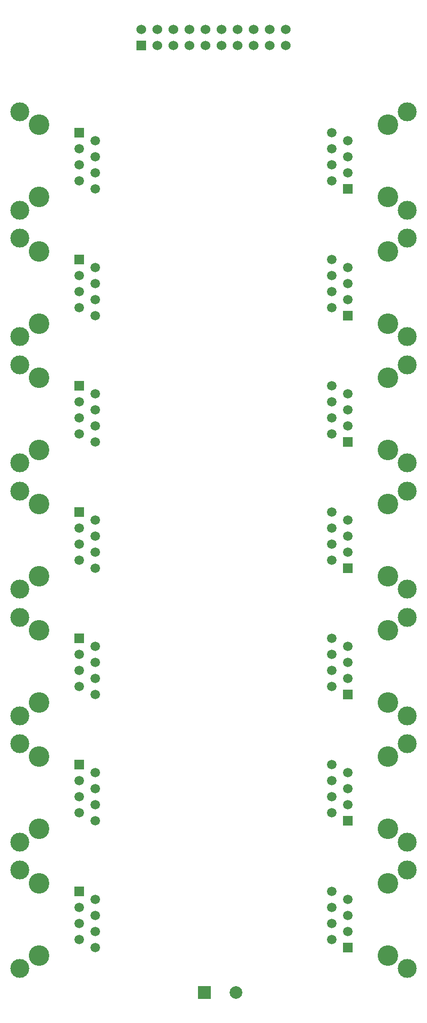
<source format=gbr>
%TF.GenerationSoftware,KiCad,Pcbnew,7.0.2-6a45011f42~172~ubuntu22.04.1*%
%TF.CreationDate,2023-07-12T14:23:41-05:00*%
%TF.ProjectId,EncoderHub,456e636f-6465-4724-9875-622e6b696361,rev?*%
%TF.SameCoordinates,Original*%
%TF.FileFunction,Soldermask,Bot*%
%TF.FilePolarity,Negative*%
%FSLAX46Y46*%
G04 Gerber Fmt 4.6, Leading zero omitted, Abs format (unit mm)*
G04 Created by KiCad (PCBNEW 7.0.2-6a45011f42~172~ubuntu22.04.1) date 2023-07-12 14:23:41*
%MOMM*%
%LPD*%
G01*
G04 APERTURE LIST*
%ADD10C,3.250000*%
%ADD11R,1.500000X1.500000*%
%ADD12C,1.500000*%
%ADD13C,3.000000*%
%ADD14R,1.530000X1.530000*%
%ADD15C,1.530000*%
%ADD16R,2.000000X2.000000*%
%ADD17C,2.000000*%
G04 APERTURE END LIST*
D10*
%TO.C,J15*%
X118890000Y-170160000D03*
X118890000Y-158730000D03*
D11*
X112540000Y-168890000D03*
D12*
X110000000Y-167620000D03*
X112540000Y-166350000D03*
X110000000Y-165080000D03*
X112540000Y-163810000D03*
X110000000Y-162540000D03*
X112540000Y-161270000D03*
X110000000Y-160000000D03*
D13*
X121940000Y-172215000D03*
X121940000Y-156675000D03*
%TD*%
D10*
%TO.C,J2*%
X63650000Y-38730000D03*
X63650000Y-50160000D03*
D11*
X70000000Y-40000000D03*
D12*
X72540000Y-41270000D03*
X70000000Y-42540000D03*
X72540000Y-43810000D03*
X70000000Y-45080000D03*
X72540000Y-46350000D03*
X70000000Y-47620000D03*
X72540000Y-48890000D03*
D13*
X60600000Y-36675000D03*
X60600000Y-52215000D03*
%TD*%
D10*
%TO.C,J7*%
X63650000Y-138730000D03*
X63650000Y-150160000D03*
D11*
X70000000Y-140000000D03*
D12*
X72540000Y-141270000D03*
X70000000Y-142540000D03*
X72540000Y-143810000D03*
X70000000Y-145080000D03*
X72540000Y-146350000D03*
X70000000Y-147620000D03*
X72540000Y-148890000D03*
D13*
X60600000Y-136675000D03*
X60600000Y-152215000D03*
%TD*%
D10*
%TO.C,J12*%
X118890000Y-50160000D03*
X118890000Y-38730000D03*
D11*
X112540000Y-48890000D03*
D12*
X110000000Y-47620000D03*
X112540000Y-46350000D03*
X110000000Y-45080000D03*
X112540000Y-43810000D03*
X110000000Y-42540000D03*
X112540000Y-41270000D03*
X110000000Y-40000000D03*
D13*
X121940000Y-52215000D03*
X121940000Y-36675000D03*
%TD*%
D10*
%TO.C,J13*%
X118890000Y-70160000D03*
X118890000Y-58730000D03*
D11*
X112540000Y-68890000D03*
D12*
X110000000Y-67620000D03*
X112540000Y-66350000D03*
X110000000Y-65080000D03*
X112540000Y-63810000D03*
X110000000Y-62540000D03*
X112540000Y-61270000D03*
X110000000Y-60000000D03*
D13*
X121940000Y-72215000D03*
X121940000Y-56675000D03*
%TD*%
D10*
%TO.C,J4*%
X63650000Y-78730000D03*
X63650000Y-90160000D03*
D11*
X70000000Y-80000000D03*
D12*
X72540000Y-81270000D03*
X70000000Y-82540000D03*
X72540000Y-83810000D03*
X70000000Y-85080000D03*
X72540000Y-86350000D03*
X70000000Y-87620000D03*
X72540000Y-88890000D03*
D13*
X60600000Y-76675000D03*
X60600000Y-92215000D03*
%TD*%
D10*
%TO.C,J6*%
X63650000Y-118730000D03*
X63650000Y-130160000D03*
D11*
X70000000Y-120000000D03*
D12*
X72540000Y-121270000D03*
X70000000Y-122540000D03*
X72540000Y-123810000D03*
X70000000Y-125080000D03*
X72540000Y-126350000D03*
X70000000Y-127620000D03*
X72540000Y-128890000D03*
D13*
X60600000Y-116675000D03*
X60600000Y-132215000D03*
%TD*%
D10*
%TO.C,J9*%
X118890000Y-110160000D03*
X118890000Y-98730000D03*
D11*
X112540000Y-108890000D03*
D12*
X110000000Y-107620000D03*
X112540000Y-106350000D03*
X110000000Y-105080000D03*
X112540000Y-103810000D03*
X110000000Y-102540000D03*
X112540000Y-101270000D03*
X110000000Y-100000000D03*
D13*
X121940000Y-112215000D03*
X121940000Y-96675000D03*
%TD*%
D10*
%TO.C,J5*%
X63650000Y-98730000D03*
X63650000Y-110160000D03*
D11*
X70000000Y-100000000D03*
D12*
X72540000Y-101270000D03*
X70000000Y-102540000D03*
X72540000Y-103810000D03*
X70000000Y-105080000D03*
X72540000Y-106350000D03*
X70000000Y-107620000D03*
X72540000Y-108890000D03*
D13*
X60600000Y-96675000D03*
X60600000Y-112215000D03*
%TD*%
D10*
%TO.C,J14*%
X118890000Y-90160000D03*
X118890000Y-78730000D03*
D11*
X112540000Y-88890000D03*
D12*
X110000000Y-87620000D03*
X112540000Y-86350000D03*
X110000000Y-85080000D03*
X112540000Y-83810000D03*
X110000000Y-82540000D03*
X112540000Y-81270000D03*
X110000000Y-80000000D03*
D13*
X121940000Y-92215000D03*
X121940000Y-76675000D03*
%TD*%
D14*
%TO.C,J1*%
X79840000Y-26140000D03*
D15*
X79840000Y-23600000D03*
X82380000Y-26140000D03*
X82380000Y-23600000D03*
X84920000Y-26140000D03*
X84920000Y-23600000D03*
X87460000Y-26140000D03*
X87460000Y-23600000D03*
X90000000Y-26140000D03*
X90000000Y-23600000D03*
X92540000Y-26140000D03*
X92540000Y-23600000D03*
X95080000Y-26140000D03*
X95080000Y-23600000D03*
X97620000Y-26140000D03*
X97620000Y-23600000D03*
X100160000Y-26140000D03*
X100160000Y-23600000D03*
X102700000Y-26140000D03*
X102700000Y-23600000D03*
%TD*%
D10*
%TO.C,J3*%
X63650000Y-58730000D03*
X63650000Y-70160000D03*
D11*
X70000000Y-60000000D03*
D12*
X72540000Y-61270000D03*
X70000000Y-62540000D03*
X72540000Y-63810000D03*
X70000000Y-65080000D03*
X72540000Y-66350000D03*
X70000000Y-67620000D03*
X72540000Y-68890000D03*
D13*
X60600000Y-56675000D03*
X60600000Y-72215000D03*
%TD*%
D10*
%TO.C,J10*%
X118890000Y-130160000D03*
X118890000Y-118730000D03*
D11*
X112540000Y-128890000D03*
D12*
X110000000Y-127620000D03*
X112540000Y-126350000D03*
X110000000Y-125080000D03*
X112540000Y-123810000D03*
X110000000Y-122540000D03*
X112540000Y-121270000D03*
X110000000Y-120000000D03*
D13*
X121940000Y-132215000D03*
X121940000Y-116675000D03*
%TD*%
D16*
%TO.C,C1*%
X89832323Y-176000000D03*
D17*
X94832323Y-176000000D03*
%TD*%
D10*
%TO.C,J11*%
X118890000Y-150160000D03*
X118890000Y-138730000D03*
D11*
X112540000Y-148890000D03*
D12*
X110000000Y-147620000D03*
X112540000Y-146350000D03*
X110000000Y-145080000D03*
X112540000Y-143810000D03*
X110000000Y-142540000D03*
X112540000Y-141270000D03*
X110000000Y-140000000D03*
D13*
X121940000Y-152215000D03*
X121940000Y-136675000D03*
%TD*%
D10*
%TO.C,J8*%
X63650000Y-158730000D03*
X63650000Y-170160000D03*
D11*
X70000000Y-160000000D03*
D12*
X72540000Y-161270000D03*
X70000000Y-162540000D03*
X72540000Y-163810000D03*
X70000000Y-165080000D03*
X72540000Y-166350000D03*
X70000000Y-167620000D03*
X72540000Y-168890000D03*
D13*
X60600000Y-156675000D03*
X60600000Y-172215000D03*
%TD*%
M02*

</source>
